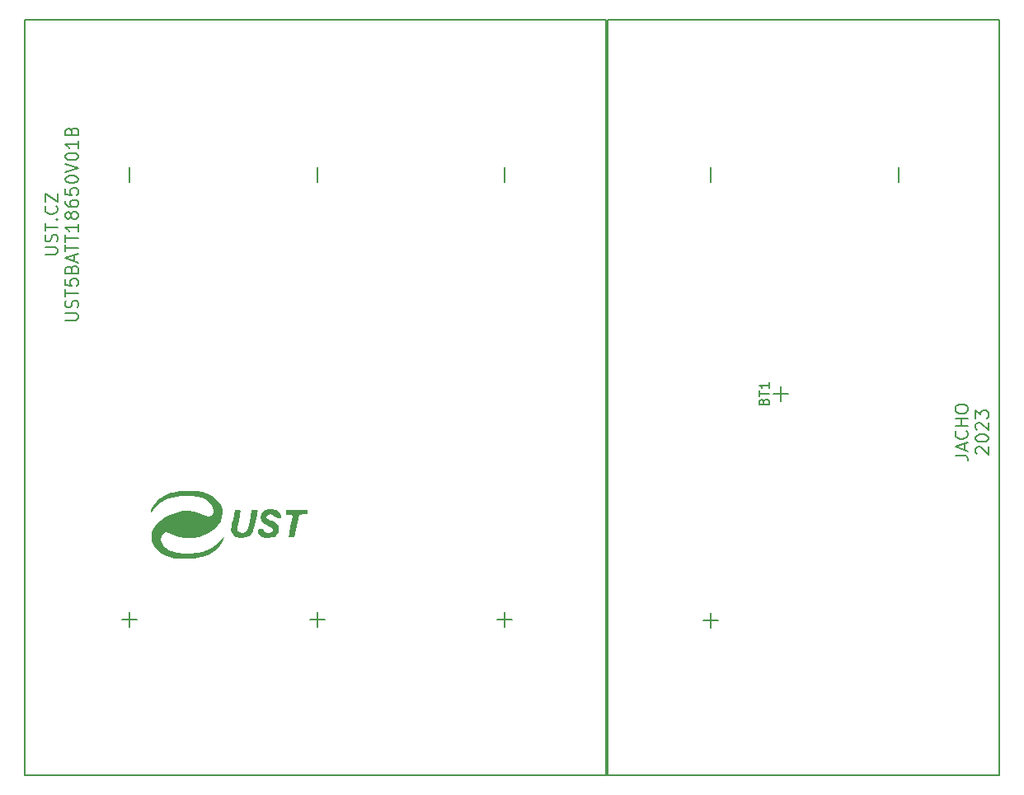
<source format=gbr>
%TF.GenerationSoftware,KiCad,Pcbnew,6.0.11+dfsg-1~bpo11+1*%
%TF.CreationDate,2023-03-28T18:36:03+00:00*%
%TF.ProjectId,UST5BATT18650V01,55535435-4241-4545-9431-383635305630,rev?*%
%TF.SameCoordinates,PX463f660PY87a6900*%
%TF.FileFunction,Legend,Top*%
%TF.FilePolarity,Positive*%
%FSLAX46Y46*%
G04 Gerber Fmt 4.6, Leading zero omitted, Abs format (unit mm)*
G04 Created by KiCad (PCBNEW 6.0.11+dfsg-1~bpo11+1) date 2023-03-28 18:36:03*
%MOMM*%
%LPD*%
G01*
G04 APERTURE LIST*
%ADD10C,0.200000*%
%ADD11C,0.150000*%
%ADD12C,0.127000*%
G04 APERTURE END LIST*
D10*
X2051595Y53704715D02*
X3103976Y53704715D01*
X3227785Y53766620D01*
X3289690Y53828524D01*
X3351595Y53952334D01*
X3351595Y54199953D01*
X3289690Y54323762D01*
X3227785Y54385667D01*
X3103976Y54447572D01*
X2051595Y54447572D01*
X3289690Y55004715D02*
X3351595Y55190429D01*
X3351595Y55499953D01*
X3289690Y55623762D01*
X3227785Y55685667D01*
X3103976Y55747572D01*
X2980166Y55747572D01*
X2856357Y55685667D01*
X2794452Y55623762D01*
X2732547Y55499953D01*
X2670642Y55252334D01*
X2608738Y55128524D01*
X2546833Y55066620D01*
X2423023Y55004715D01*
X2299214Y55004715D01*
X2175404Y55066620D01*
X2113500Y55128524D01*
X2051595Y55252334D01*
X2051595Y55561858D01*
X2113500Y55747572D01*
X2051595Y56119000D02*
X2051595Y56861858D01*
X3351595Y56490429D02*
X2051595Y56490429D01*
X3227785Y57295191D02*
X3289690Y57357096D01*
X3351595Y57295191D01*
X3289690Y57233286D01*
X3227785Y57295191D01*
X3351595Y57295191D01*
X3227785Y58657096D02*
X3289690Y58595191D01*
X3351595Y58409477D01*
X3351595Y58285667D01*
X3289690Y58099953D01*
X3165880Y57976143D01*
X3042071Y57914239D01*
X2794452Y57852334D01*
X2608738Y57852334D01*
X2361119Y57914239D01*
X2237309Y57976143D01*
X2113500Y58099953D01*
X2051595Y58285667D01*
X2051595Y58409477D01*
X2113500Y58595191D01*
X2175404Y58657096D01*
X2051595Y59090429D02*
X2051595Y59957096D01*
X3351595Y59090429D01*
X3351595Y59957096D01*
X4144595Y46926143D02*
X5196976Y46926143D01*
X5320785Y46988048D01*
X5382690Y47049953D01*
X5444595Y47173762D01*
X5444595Y47421381D01*
X5382690Y47545191D01*
X5320785Y47607096D01*
X5196976Y47669000D01*
X4144595Y47669000D01*
X5382690Y48226143D02*
X5444595Y48411858D01*
X5444595Y48721381D01*
X5382690Y48845191D01*
X5320785Y48907096D01*
X5196976Y48969000D01*
X5073166Y48969000D01*
X4949357Y48907096D01*
X4887452Y48845191D01*
X4825547Y48721381D01*
X4763642Y48473762D01*
X4701738Y48349953D01*
X4639833Y48288048D01*
X4516023Y48226143D01*
X4392214Y48226143D01*
X4268404Y48288048D01*
X4206500Y48349953D01*
X4144595Y48473762D01*
X4144595Y48783286D01*
X4206500Y48969000D01*
X4144595Y49340429D02*
X4144595Y50083286D01*
X5444595Y49711858D02*
X4144595Y49711858D01*
X4144595Y51135667D02*
X4144595Y50516620D01*
X4763642Y50454715D01*
X4701738Y50516620D01*
X4639833Y50640429D01*
X4639833Y50949953D01*
X4701738Y51073762D01*
X4763642Y51135667D01*
X4887452Y51197572D01*
X5196976Y51197572D01*
X5320785Y51135667D01*
X5382690Y51073762D01*
X5444595Y50949953D01*
X5444595Y50640429D01*
X5382690Y50516620D01*
X5320785Y50454715D01*
X4763642Y52188048D02*
X4825547Y52373762D01*
X4887452Y52435667D01*
X5011261Y52497572D01*
X5196976Y52497572D01*
X5320785Y52435667D01*
X5382690Y52373762D01*
X5444595Y52249953D01*
X5444595Y51754715D01*
X4144595Y51754715D01*
X4144595Y52188048D01*
X4206500Y52311858D01*
X4268404Y52373762D01*
X4392214Y52435667D01*
X4516023Y52435667D01*
X4639833Y52373762D01*
X4701738Y52311858D01*
X4763642Y52188048D01*
X4763642Y51754715D01*
X5073166Y52992810D02*
X5073166Y53611858D01*
X5444595Y52869000D02*
X4144595Y53302334D01*
X5444595Y53735667D01*
X4144595Y53983286D02*
X4144595Y54726143D01*
X5444595Y54354715D02*
X4144595Y54354715D01*
X4144595Y54973762D02*
X4144595Y55716620D01*
X5444595Y55345191D02*
X4144595Y55345191D01*
X5444595Y56830905D02*
X5444595Y56088048D01*
X5444595Y56459477D02*
X4144595Y56459477D01*
X4330309Y56335667D01*
X4454119Y56211858D01*
X4516023Y56088048D01*
X4701738Y57573762D02*
X4639833Y57449953D01*
X4577928Y57388048D01*
X4454119Y57326143D01*
X4392214Y57326143D01*
X4268404Y57388048D01*
X4206500Y57449953D01*
X4144595Y57573762D01*
X4144595Y57821381D01*
X4206500Y57945191D01*
X4268404Y58007096D01*
X4392214Y58069000D01*
X4454119Y58069000D01*
X4577928Y58007096D01*
X4639833Y57945191D01*
X4701738Y57821381D01*
X4701738Y57573762D01*
X4763642Y57449953D01*
X4825547Y57388048D01*
X4949357Y57326143D01*
X5196976Y57326143D01*
X5320785Y57388048D01*
X5382690Y57449953D01*
X5444595Y57573762D01*
X5444595Y57821381D01*
X5382690Y57945191D01*
X5320785Y58007096D01*
X5196976Y58069000D01*
X4949357Y58069000D01*
X4825547Y58007096D01*
X4763642Y57945191D01*
X4701738Y57821381D01*
X4144595Y59183286D02*
X4144595Y58935667D01*
X4206500Y58811858D01*
X4268404Y58749953D01*
X4454119Y58626143D01*
X4701738Y58564239D01*
X5196976Y58564239D01*
X5320785Y58626143D01*
X5382690Y58688048D01*
X5444595Y58811858D01*
X5444595Y59059477D01*
X5382690Y59183286D01*
X5320785Y59245191D01*
X5196976Y59307096D01*
X4887452Y59307096D01*
X4763642Y59245191D01*
X4701738Y59183286D01*
X4639833Y59059477D01*
X4639833Y58811858D01*
X4701738Y58688048D01*
X4763642Y58626143D01*
X4887452Y58564239D01*
X4144595Y60483286D02*
X4144595Y59864239D01*
X4763642Y59802334D01*
X4701738Y59864239D01*
X4639833Y59988048D01*
X4639833Y60297572D01*
X4701738Y60421381D01*
X4763642Y60483286D01*
X4887452Y60545191D01*
X5196976Y60545191D01*
X5320785Y60483286D01*
X5382690Y60421381D01*
X5444595Y60297572D01*
X5444595Y59988048D01*
X5382690Y59864239D01*
X5320785Y59802334D01*
X4144595Y61349953D02*
X4144595Y61473762D01*
X4206500Y61597572D01*
X4268404Y61659477D01*
X4392214Y61721381D01*
X4639833Y61783286D01*
X4949357Y61783286D01*
X5196976Y61721381D01*
X5320785Y61659477D01*
X5382690Y61597572D01*
X5444595Y61473762D01*
X5444595Y61349953D01*
X5382690Y61226143D01*
X5320785Y61164239D01*
X5196976Y61102334D01*
X4949357Y61040429D01*
X4639833Y61040429D01*
X4392214Y61102334D01*
X4268404Y61164239D01*
X4206500Y61226143D01*
X4144595Y61349953D01*
X4144595Y62154715D02*
X5444595Y62588048D01*
X4144595Y63021381D01*
X4144595Y63702334D02*
X4144595Y63826143D01*
X4206500Y63949953D01*
X4268404Y64011858D01*
X4392214Y64073762D01*
X4639833Y64135667D01*
X4949357Y64135667D01*
X5196976Y64073762D01*
X5320785Y64011858D01*
X5382690Y63949953D01*
X5444595Y63826143D01*
X5444595Y63702334D01*
X5382690Y63578524D01*
X5320785Y63516620D01*
X5196976Y63454715D01*
X4949357Y63392810D01*
X4639833Y63392810D01*
X4392214Y63454715D01*
X4268404Y63516620D01*
X4206500Y63578524D01*
X4144595Y63702334D01*
X5444595Y65373762D02*
X5444595Y64630905D01*
X5444595Y65002334D02*
X4144595Y65002334D01*
X4330309Y64878524D01*
X4454119Y64754715D01*
X4516023Y64630905D01*
X4763642Y66364239D02*
X4825547Y66549953D01*
X4887452Y66611858D01*
X5011261Y66673762D01*
X5196976Y66673762D01*
X5320785Y66611858D01*
X5382690Y66549953D01*
X5444595Y66426143D01*
X5444595Y65930905D01*
X4144595Y65930905D01*
X4144595Y66364239D01*
X4206500Y66488048D01*
X4268404Y66549953D01*
X4392214Y66611858D01*
X4516023Y66611858D01*
X4639833Y66549953D01*
X4701738Y66488048D01*
X4763642Y66364239D01*
X4763642Y65930905D01*
X95523595Y33049667D02*
X96452166Y33049667D01*
X96637880Y32987762D01*
X96761690Y32863953D01*
X96823595Y32678239D01*
X96823595Y32554429D01*
X96452166Y33606810D02*
X96452166Y34225858D01*
X96823595Y33483000D02*
X95523595Y33916334D01*
X96823595Y34349667D01*
X96699785Y35525858D02*
X96761690Y35463953D01*
X96823595Y35278239D01*
X96823595Y35154429D01*
X96761690Y34968715D01*
X96637880Y34844905D01*
X96514071Y34783000D01*
X96266452Y34721096D01*
X96080738Y34721096D01*
X95833119Y34783000D01*
X95709309Y34844905D01*
X95585500Y34968715D01*
X95523595Y35154429D01*
X95523595Y35278239D01*
X95585500Y35463953D01*
X95647404Y35525858D01*
X96823595Y36083000D02*
X95523595Y36083000D01*
X96142642Y36083000D02*
X96142642Y36825858D01*
X96823595Y36825858D02*
X95523595Y36825858D01*
X95523595Y37692524D02*
X95523595Y37940143D01*
X95585500Y38063953D01*
X95709309Y38187762D01*
X95956928Y38249667D01*
X96390261Y38249667D01*
X96637880Y38187762D01*
X96761690Y38063953D01*
X96823595Y37940143D01*
X96823595Y37692524D01*
X96761690Y37568715D01*
X96637880Y37444905D01*
X96390261Y37383000D01*
X95956928Y37383000D01*
X95709309Y37444905D01*
X95585500Y37568715D01*
X95523595Y37692524D01*
X97740404Y33204429D02*
X97678500Y33266334D01*
X97616595Y33390143D01*
X97616595Y33699667D01*
X97678500Y33823477D01*
X97740404Y33885381D01*
X97864214Y33947286D01*
X97988023Y33947286D01*
X98173738Y33885381D01*
X98916595Y33142524D01*
X98916595Y33947286D01*
X97616595Y34752048D02*
X97616595Y34875858D01*
X97678500Y34999667D01*
X97740404Y35061572D01*
X97864214Y35123477D01*
X98111833Y35185381D01*
X98421357Y35185381D01*
X98668976Y35123477D01*
X98792785Y35061572D01*
X98854690Y34999667D01*
X98916595Y34875858D01*
X98916595Y34752048D01*
X98854690Y34628239D01*
X98792785Y34566334D01*
X98668976Y34504429D01*
X98421357Y34442524D01*
X98111833Y34442524D01*
X97864214Y34504429D01*
X97740404Y34566334D01*
X97678500Y34628239D01*
X97616595Y34752048D01*
X97740404Y35680620D02*
X97678500Y35742524D01*
X97616595Y35866334D01*
X97616595Y36175858D01*
X97678500Y36299667D01*
X97740404Y36361572D01*
X97864214Y36423477D01*
X97988023Y36423477D01*
X98173738Y36361572D01*
X98916595Y35618715D01*
X98916595Y36423477D01*
X97616595Y36856810D02*
X97616595Y37661572D01*
X98111833Y37228239D01*
X98111833Y37413953D01*
X98173738Y37537762D01*
X98235642Y37599667D01*
X98359452Y37661572D01*
X98668976Y37661572D01*
X98792785Y37599667D01*
X98854690Y37537762D01*
X98916595Y37413953D01*
X98916595Y37042524D01*
X98854690Y36918715D01*
X98792785Y36856810D01*
%TO.C,BT2*%
X49287857Y61098096D02*
X49287857Y62621905D01*
X29987857Y15378096D02*
X29987857Y16901905D01*
X30749761Y16140000D02*
X29225952Y16140000D01*
X10687857Y61098096D02*
X10687857Y62621905D01*
X10687857Y15378096D02*
X10687857Y16901905D01*
X11449761Y16140000D02*
X9925952Y16140000D01*
X29987857Y61098096D02*
X29987857Y62621905D01*
X49287857Y15378096D02*
X49287857Y16901905D01*
X50049761Y16140000D02*
X48525952Y16140000D01*
D11*
%TO.C,BT1*%
X75874571Y38584286D02*
X75922190Y38727143D01*
X75969809Y38774762D01*
X76065047Y38822381D01*
X76207904Y38822381D01*
X76303142Y38774762D01*
X76350761Y38727143D01*
X76398380Y38631905D01*
X76398380Y38250953D01*
X75398380Y38250953D01*
X75398380Y38584286D01*
X75446000Y38679524D01*
X75493619Y38727143D01*
X75588857Y38774762D01*
X75684095Y38774762D01*
X75779333Y38727143D01*
X75826952Y38679524D01*
X75874571Y38584286D01*
X75874571Y38250953D01*
X75398380Y39108096D02*
X75398380Y39679524D01*
X76398380Y39393810D02*
X75398380Y39393810D01*
X76398380Y40536667D02*
X76398380Y39965239D01*
X76398380Y40250953D02*
X75398380Y40250953D01*
X75541238Y40155715D01*
X75636476Y40060477D01*
X75684095Y39965239D01*
D10*
X89742857Y61098096D02*
X89742857Y62621905D01*
X70408413Y15317997D02*
X70408413Y16841806D01*
X71170317Y16079901D02*
X69646508Y16079901D01*
X70442857Y61098096D02*
X70442857Y62621905D01*
X77608857Y38580096D02*
X77608857Y40103905D01*
X78370761Y39342000D02*
X76846952Y39342000D01*
D12*
%TO.C,BT2*%
X59690000Y77850000D02*
X59690000Y150000D01*
X0Y150000D02*
X0Y77850000D01*
X0Y77850000D02*
X59690000Y77850000D01*
X59690000Y150000D02*
X0Y150000D01*
%TO.C,G2*%
G36*
X29011100Y27225413D02*
G01*
X28993441Y27098930D01*
X28948503Y27028380D01*
X28841911Y26994698D01*
X28639292Y26978824D01*
X28559388Y26974912D01*
X28129797Y26954255D01*
X27671785Y24645017D01*
X27365603Y24645017D01*
X27180555Y24649956D01*
X27071646Y24662412D01*
X27059420Y24669153D01*
X27072613Y24742677D01*
X27108968Y24929298D01*
X27163653Y25204601D01*
X27231837Y25544170D01*
X27269917Y25732586D01*
X27343587Y26102312D01*
X27406004Y26426996D01*
X27452230Y26680036D01*
X27477325Y26834832D01*
X27480415Y26866185D01*
X27428485Y26927739D01*
X27262335Y26956825D01*
X27125140Y26960486D01*
X26769866Y26960486D01*
X26813840Y27416564D01*
X27923531Y27435910D01*
X29033221Y27455257D01*
X29011100Y27225413D01*
G37*
G36*
X25461066Y27503024D02*
G01*
X25696096Y27455014D01*
X25793726Y27417966D01*
X26022113Y27253237D01*
X26196747Y27040836D01*
X26283591Y26825029D01*
X26287597Y26775610D01*
X26268917Y26665430D01*
X26186209Y26618638D01*
X26027111Y26609658D01*
X25805918Y26643267D01*
X25643733Y26765399D01*
X25615565Y26799105D01*
X25432360Y26936626D01*
X25200339Y26992932D01*
X24974492Y26962121D01*
X24845619Y26881728D01*
X24774293Y26765930D01*
X24805195Y26649356D01*
X24948045Y26520636D01*
X25212562Y26368401D01*
X25337199Y26306731D01*
X25673600Y26127180D01*
X25894601Y25958574D01*
X26020740Y25777015D01*
X26072555Y25558607D01*
X26077100Y25445773D01*
X26011679Y25118076D01*
X25821842Y24846850D01*
X25583229Y24678698D01*
X25356290Y24610733D01*
X25052393Y24581903D01*
X24729384Y24592349D01*
X24445110Y24642214D01*
X24349500Y24675674D01*
X24094710Y24848832D01*
X23939320Y25088693D01*
X23901962Y25292121D01*
X23914531Y25416993D01*
X23978820Y25472704D01*
X24134702Y25486768D01*
X24184361Y25487006D01*
X24378536Y25471502D01*
X24482796Y25409235D01*
X24530982Y25318091D01*
X24652062Y25175580D01*
X24851239Y25097172D01*
X25080768Y25084879D01*
X25292898Y25140711D01*
X25439881Y25266681D01*
X25447207Y25279497D01*
X25488926Y25410092D01*
X25449454Y25525412D01*
X25313143Y25642936D01*
X25064345Y25780141D01*
X24949806Y25835103D01*
X24598027Y26021965D01*
X24365631Y26204763D01*
X24233966Y26404738D01*
X24184383Y26643126D01*
X24182625Y26708756D01*
X24239602Y27038251D01*
X24408266Y27284730D01*
X24685219Y27445478D01*
X25067060Y27517776D01*
X25200028Y27521812D01*
X25461066Y27503024D01*
G37*
G36*
X17283873Y29380105D02*
G01*
X17713895Y29358738D01*
X18065894Y29320797D01*
X18253619Y29282326D01*
X18851888Y29058879D01*
X19374110Y28752860D01*
X19801248Y28378113D01*
X20114263Y27948481D01*
X20131376Y27916771D01*
X20258142Y27544665D01*
X20293599Y27115662D01*
X20238816Y26678504D01*
X20095584Y26283318D01*
X19782052Y25820320D01*
X19357506Y25399766D01*
X18849551Y25042250D01*
X18285791Y24768367D01*
X17897849Y24643753D01*
X17165561Y24517737D01*
X16457599Y24516840D01*
X15789228Y24639493D01*
X15175715Y24884129D01*
X15087619Y24932237D01*
X14753058Y25086257D01*
X14484244Y25126011D01*
X14266257Y25052060D01*
X14166182Y24966909D01*
X13998420Y24701134D01*
X13953052Y24405896D01*
X14020596Y24099710D01*
X14191572Y23801091D01*
X14456499Y23528555D01*
X14805895Y23300616D01*
X15079616Y23183088D01*
X15638852Y23038679D01*
X16278734Y22960759D01*
X16956290Y22949395D01*
X17628547Y23004655D01*
X18252536Y23126606D01*
X18429033Y23177830D01*
X18853397Y23333650D01*
X19204473Y23519049D01*
X19526757Y23763337D01*
X19864749Y24095819D01*
X19929709Y24166221D01*
X20128936Y24377184D01*
X20292818Y24537027D01*
X20399485Y24625167D01*
X20427448Y24634632D01*
X20417161Y24558309D01*
X20354766Y24393816D01*
X20255469Y24180277D01*
X19918236Y23659871D01*
X19469016Y23223465D01*
X18908771Y22871784D01*
X18238466Y22605554D01*
X18113288Y22568747D01*
X17760033Y22497538D01*
X17311915Y22448303D01*
X16808813Y22421485D01*
X16290609Y22417527D01*
X15797181Y22436874D01*
X15368409Y22479968D01*
X15086480Y22535087D01*
X14495489Y22733107D01*
X14013738Y22983565D01*
X13615676Y23299852D01*
X13602479Y23312738D01*
X13255252Y23733307D01*
X13046657Y24175433D01*
X12976792Y24638277D01*
X13045756Y25121003D01*
X13253648Y25622772D01*
X13317461Y25734668D01*
X13565035Y26044231D01*
X13925417Y26353019D01*
X14371798Y26646089D01*
X14877372Y26908499D01*
X15415331Y27125307D01*
X15958868Y27281572D01*
X16166940Y27322941D01*
X16800504Y27362071D01*
X17433011Y27261559D01*
X18066368Y27021088D01*
X18113288Y26997740D01*
X18522743Y26825813D01*
X18853078Y26762517D01*
X19101050Y26807016D01*
X19263418Y26958472D01*
X19336940Y27216048D01*
X19341188Y27314800D01*
X19274107Y27688399D01*
X19084955Y28041521D01*
X18791874Y28347840D01*
X18496542Y28540590D01*
X18139895Y28675999D01*
X17681578Y28776635D01*
X17156356Y28840556D01*
X16598995Y28865821D01*
X16044261Y28850487D01*
X15526921Y28792612D01*
X15201409Y28724641D01*
X14737865Y28591625D01*
X14376138Y28454847D01*
X14078738Y28293648D01*
X13808171Y28087367D01*
X13526947Y27815343D01*
X13499890Y27786990D01*
X13297986Y27568749D01*
X13138946Y27386126D01*
X13043859Y27263942D01*
X13026271Y27229617D01*
X12972548Y27172620D01*
X12956105Y27170984D01*
X12888227Y27222351D01*
X12907748Y27368733D01*
X13010795Y27598551D01*
X13193497Y27900225D01*
X13206517Y27919774D01*
X13363776Y28145098D01*
X13498472Y28320619D01*
X13587331Y28416530D01*
X13601200Y28425196D01*
X13703616Y28491490D01*
X13809033Y28585237D01*
X14000420Y28729842D01*
X14288165Y28890961D01*
X14632825Y29049733D01*
X14994958Y29187298D01*
X15201409Y29251035D01*
X15490981Y29307094D01*
X15879384Y29348394D01*
X16331247Y29374571D01*
X16811200Y29385262D01*
X17283873Y29380105D01*
G37*
G36*
X22049448Y27433609D02*
G01*
X22144027Y27383700D01*
X22147818Y27367979D01*
X22134859Y27271787D01*
X22099294Y27065448D01*
X22046089Y26776415D01*
X21980211Y26432137D01*
X21957398Y26315464D01*
X21882955Y25930899D01*
X21835231Y25659869D01*
X21812705Y25478447D01*
X21813857Y25362707D01*
X21837166Y25288723D01*
X21881113Y25232568D01*
X21888143Y25225449D01*
X22068734Y25130530D01*
X22309602Y25105487D01*
X22549828Y25149460D01*
X22704239Y25236986D01*
X22805526Y25364577D01*
X22897618Y25563986D01*
X22985845Y25852462D01*
X23075536Y26247256D01*
X23166245Y26732448D01*
X23291908Y27451647D01*
X23596935Y27451647D01*
X23809822Y27433767D01*
X23898043Y27377758D01*
X23901962Y27356047D01*
X23884971Y27197566D01*
X23839307Y26938483D01*
X23772927Y26613662D01*
X23693791Y26257968D01*
X23609858Y25906265D01*
X23529087Y25593416D01*
X23459436Y25354285D01*
X23420487Y25246979D01*
X23236511Y24942633D01*
X22988528Y24740462D01*
X22655145Y24627727D01*
X22323542Y24593735D01*
X22053834Y24593742D01*
X21823725Y24610405D01*
X21686018Y24639233D01*
X21518575Y24753307D01*
X21350795Y24931092D01*
X21220519Y25125060D01*
X21165592Y25287683D01*
X21165498Y25292954D01*
X21178020Y25412155D01*
X21212426Y25640113D01*
X21263977Y25947803D01*
X21327932Y26306198D01*
X21353689Y26445305D01*
X21541880Y27451647D01*
X21844849Y27451647D01*
X22049448Y27433609D01*
G37*
%TO.C,BT1*%
X100055000Y150000D02*
X59845000Y150000D01*
X59845000Y150000D02*
X59845000Y77850000D01*
X100055000Y77850000D02*
X100055000Y150000D01*
X59845000Y77850000D02*
X100055000Y77850000D01*
%TD*%
M02*

</source>
